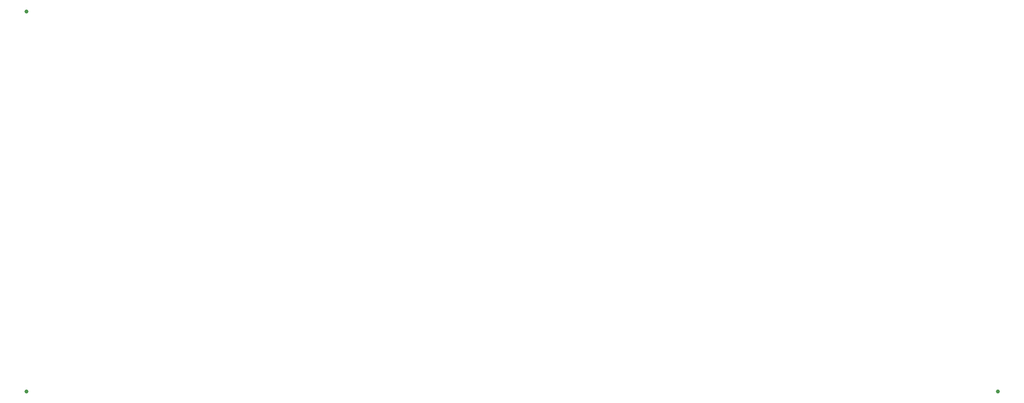
<source format=gbp>
G04 Layer_Color=128*
%FSLAX44Y44*%
%MOMM*%
G71*
G01*
G75*
%ADD10C,1.0000*%
D10*
X20000Y-30000D02*
D03*
X2444000D02*
D03*
X20000Y920000D02*
D03*
M02*

</source>
